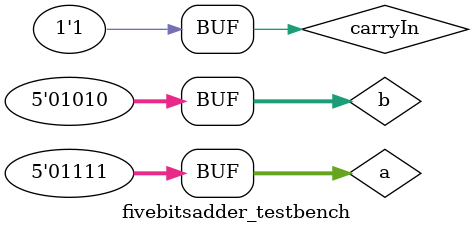
<source format=v>
`define DELAY 20
module fivebitsadder_testbench();
reg [4:0]a,b;
reg carryIn;
wire [4:0]sum;
wire carryOut;
fivebitsadder res(sum,carryOut,a,b,carryIn);

initial begin
#`DELAY;
carryIn =1'b0;																		//carryin 0
a[0] = 1'b0; a[1] = 1'b1; a[2] = 1'b0; a[3] = 1'b1; a[4] = 1'b0; //01010
b[0] = 1'b1; b[1] = 1'b1; b[2] = 1'b0; b[3] = 1'b1; b[4] = 1'b0; //01011
#`DELAY;
carryIn =1'b1;																		//carryin 1
a[0] = 1'b0; a[1] = 1'b1; a[2] = 1'b1; a[3] = 1'b0; a[4] = 1'b1; //10110
b[0] = 1'b0; b[1] = 1'b1; b[2] = 1'b1; b[3] = 1'b1; b[4] = 1'b0; //01110
#`DELAY;
carryIn =1'b1;																		//carryin 1
a[0] = 1'b1; a[1] = 1'b1; a[2] = 1'b1; a[3] = 1'b1; a[4] = 1'b0; //01111
b[0] = 1'b0; b[1] = 1'b1; b[2] = 1'b0; b[3] = 1'b1; b[4] = 1'b0; //01010
end
initial
begin

$monitor ("a= %d%d%d%d%d  b= %d%d%d%d%d carryin = %d sum = %d%d%d%d%d  carryout = %d",a[4],a[3],a[2],a[1],a[0],
																								 b[4],b[3],b[2],b[1],b[0],
																								 carryIn, 
																								 sum[4],sum[3],sum[2],sum[1],sum[0],
																								 carryOut);

end

endmodule
</source>
